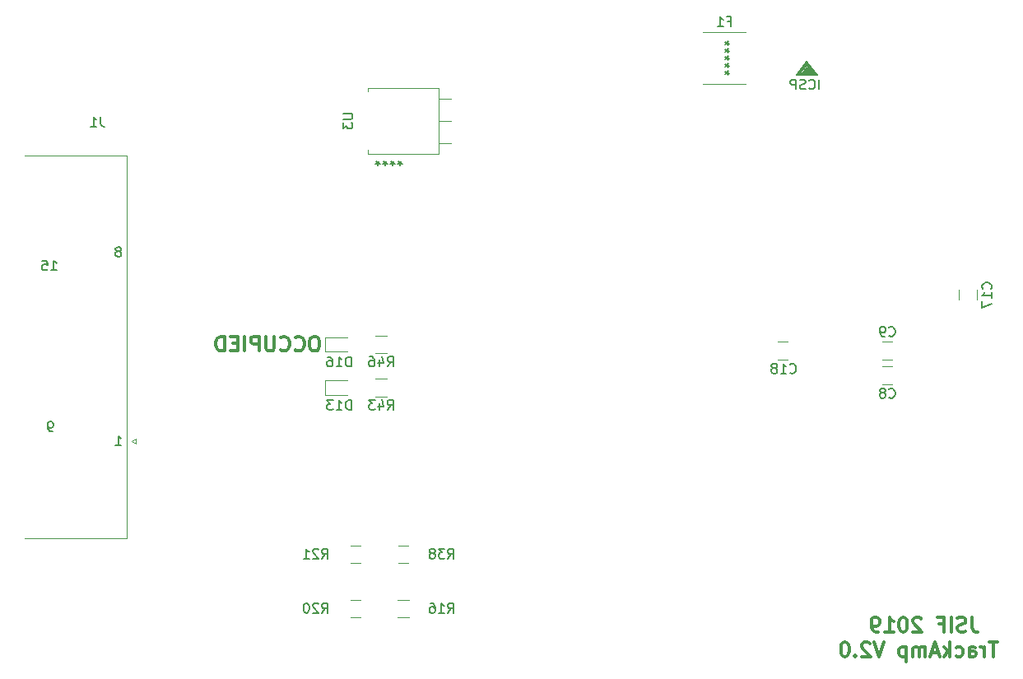
<source format=gbr>
G04 #@! TF.GenerationSoftware,KiCad,Pcbnew,(5.0.0)*
G04 #@! TF.CreationDate,2018-12-13T19:23:09+01:00*
G04 #@! TF.ProjectId,TrackAmplifier,547261636B416D706C69666965722E6B,rev?*
G04 #@! TF.SameCoordinates,Original*
G04 #@! TF.FileFunction,Legend,Bot*
G04 #@! TF.FilePolarity,Positive*
%FSLAX46Y46*%
G04 Gerber Fmt 4.6, Leading zero omitted, Abs format (unit mm)*
G04 Created by KiCad (PCBNEW (5.0.0)) date 12/13/18 19:23:09*
%MOMM*%
%LPD*%
G01*
G04 APERTURE LIST*
%ADD10C,0.200000*%
%ADD11C,0.150000*%
%ADD12C,0.300000*%
%ADD13C,0.120000*%
G04 APERTURE END LIST*
D10*
X132446102Y-56091660D02*
X132573102Y-56218660D01*
X132573102Y-56218660D02*
X132446102Y-56218660D01*
X132446102Y-55329660D02*
X131430102Y-56726660D01*
X133462102Y-56599660D02*
X132446102Y-55329660D01*
X133589102Y-56726660D02*
X133462102Y-56599660D01*
X131430102Y-56726660D02*
X133589102Y-56726660D01*
D11*
X133795292Y-58195040D02*
X133795292Y-57195040D01*
X132747673Y-58099802D02*
X132795292Y-58147421D01*
X132938149Y-58195040D01*
X133033387Y-58195040D01*
X133176244Y-58147421D01*
X133271482Y-58052183D01*
X133319102Y-57956945D01*
X133366721Y-57766469D01*
X133366721Y-57623612D01*
X133319102Y-57433136D01*
X133271482Y-57337898D01*
X133176244Y-57242660D01*
X133033387Y-57195040D01*
X132938149Y-57195040D01*
X132795292Y-57242660D01*
X132747673Y-57290279D01*
X132366721Y-58147421D02*
X132223863Y-58195040D01*
X131985768Y-58195040D01*
X131890530Y-58147421D01*
X131842911Y-58099802D01*
X131795292Y-58004564D01*
X131795292Y-57909326D01*
X131842911Y-57814088D01*
X131890530Y-57766469D01*
X131985768Y-57718850D01*
X132176244Y-57671231D01*
X132271482Y-57623612D01*
X132319102Y-57575993D01*
X132366721Y-57480755D01*
X132366721Y-57385517D01*
X132319102Y-57290279D01*
X132271482Y-57242660D01*
X132176244Y-57195040D01*
X131938149Y-57195040D01*
X131795292Y-57242660D01*
X131366721Y-58195040D02*
X131366721Y-57195040D01*
X130985768Y-57195040D01*
X130890530Y-57242660D01*
X130842911Y-57290279D01*
X130795292Y-57385517D01*
X130795292Y-57528374D01*
X130842911Y-57623612D01*
X130890530Y-57671231D01*
X130985768Y-57718850D01*
X131366721Y-57718850D01*
D10*
X131684102Y-56599660D02*
X132446102Y-55456660D01*
X132446102Y-55456660D02*
X133335102Y-56599660D01*
X133335102Y-56599660D02*
X131684102Y-56599660D01*
X131823802Y-56523460D02*
X132446102Y-55710660D01*
X132446102Y-55710660D02*
X133081102Y-56472660D01*
X132954102Y-56472660D02*
X132065102Y-56472660D01*
X132192102Y-56345660D02*
X132446102Y-55964660D01*
X132573102Y-56091660D02*
X132827102Y-56345660D01*
X132700102Y-56345660D02*
X132319102Y-56345660D01*
D11*
X61779238Y-74859452D02*
X61874476Y-74811833D01*
X61922095Y-74764214D01*
X61969714Y-74668976D01*
X61969714Y-74621357D01*
X61922095Y-74526119D01*
X61874476Y-74478500D01*
X61779238Y-74430880D01*
X61588761Y-74430880D01*
X61493523Y-74478500D01*
X61445904Y-74526119D01*
X61398285Y-74621357D01*
X61398285Y-74668976D01*
X61445904Y-74764214D01*
X61493523Y-74811833D01*
X61588761Y-74859452D01*
X61779238Y-74859452D01*
X61874476Y-74907071D01*
X61922095Y-74954690D01*
X61969714Y-75049928D01*
X61969714Y-75240404D01*
X61922095Y-75335642D01*
X61874476Y-75383261D01*
X61779238Y-75430880D01*
X61588761Y-75430880D01*
X61493523Y-75383261D01*
X61445904Y-75335642D01*
X61398285Y-75240404D01*
X61398285Y-75049928D01*
X61445904Y-74954690D01*
X61493523Y-74907071D01*
X61588761Y-74859452D01*
X54762476Y-76827880D02*
X55333904Y-76827880D01*
X55048190Y-76827880D02*
X55048190Y-75827880D01*
X55143428Y-75970738D01*
X55238666Y-76065976D01*
X55333904Y-76113595D01*
X53857714Y-75827880D02*
X54333904Y-75827880D01*
X54381523Y-76304071D01*
X54333904Y-76256452D01*
X54238666Y-76208833D01*
X54000571Y-76208833D01*
X53905333Y-76256452D01*
X53857714Y-76304071D01*
X53810095Y-76399309D01*
X53810095Y-76637404D01*
X53857714Y-76732642D01*
X53905333Y-76780261D01*
X54000571Y-76827880D01*
X54238666Y-76827880D01*
X54333904Y-76780261D01*
X54381523Y-76732642D01*
X54889476Y-93401380D02*
X54699000Y-93401380D01*
X54603761Y-93353761D01*
X54556142Y-93306142D01*
X54460904Y-93163285D01*
X54413285Y-92972809D01*
X54413285Y-92591857D01*
X54460904Y-92496619D01*
X54508523Y-92449000D01*
X54603761Y-92401380D01*
X54794238Y-92401380D01*
X54889476Y-92449000D01*
X54937095Y-92496619D01*
X54984714Y-92591857D01*
X54984714Y-92829952D01*
X54937095Y-92925190D01*
X54889476Y-92972809D01*
X54794238Y-93020428D01*
X54603761Y-93020428D01*
X54508523Y-92972809D01*
X54460904Y-92925190D01*
X54413285Y-92829952D01*
X61398285Y-94861880D02*
X61969714Y-94861880D01*
X61684000Y-94861880D02*
X61684000Y-93861880D01*
X61779238Y-94004738D01*
X61874476Y-94099976D01*
X61969714Y-94147595D01*
D12*
X82015285Y-83618571D02*
X81729571Y-83618571D01*
X81586714Y-83690000D01*
X81443857Y-83832857D01*
X81372428Y-84118571D01*
X81372428Y-84618571D01*
X81443857Y-84904285D01*
X81586714Y-85047142D01*
X81729571Y-85118571D01*
X82015285Y-85118571D01*
X82158142Y-85047142D01*
X82301000Y-84904285D01*
X82372428Y-84618571D01*
X82372428Y-84118571D01*
X82301000Y-83832857D01*
X82158142Y-83690000D01*
X82015285Y-83618571D01*
X79872428Y-84975714D02*
X79943857Y-85047142D01*
X80158142Y-85118571D01*
X80301000Y-85118571D01*
X80515285Y-85047142D01*
X80658142Y-84904285D01*
X80729571Y-84761428D01*
X80801000Y-84475714D01*
X80801000Y-84261428D01*
X80729571Y-83975714D01*
X80658142Y-83832857D01*
X80515285Y-83690000D01*
X80301000Y-83618571D01*
X80158142Y-83618571D01*
X79943857Y-83690000D01*
X79872428Y-83761428D01*
X78372428Y-84975714D02*
X78443857Y-85047142D01*
X78658142Y-85118571D01*
X78801000Y-85118571D01*
X79015285Y-85047142D01*
X79158142Y-84904285D01*
X79229571Y-84761428D01*
X79301000Y-84475714D01*
X79301000Y-84261428D01*
X79229571Y-83975714D01*
X79158142Y-83832857D01*
X79015285Y-83690000D01*
X78801000Y-83618571D01*
X78658142Y-83618571D01*
X78443857Y-83690000D01*
X78372428Y-83761428D01*
X77729571Y-83618571D02*
X77729571Y-84832857D01*
X77658142Y-84975714D01*
X77586714Y-85047142D01*
X77443857Y-85118571D01*
X77158142Y-85118571D01*
X77015285Y-85047142D01*
X76943857Y-84975714D01*
X76872428Y-84832857D01*
X76872428Y-83618571D01*
X76158142Y-85118571D02*
X76158142Y-83618571D01*
X75586714Y-83618571D01*
X75443857Y-83690000D01*
X75372428Y-83761428D01*
X75301000Y-83904285D01*
X75301000Y-84118571D01*
X75372428Y-84261428D01*
X75443857Y-84332857D01*
X75586714Y-84404285D01*
X76158142Y-84404285D01*
X74658142Y-85118571D02*
X74658142Y-83618571D01*
X73943857Y-84332857D02*
X73443857Y-84332857D01*
X73229571Y-85118571D02*
X73943857Y-85118571D01*
X73943857Y-83618571D01*
X73229571Y-83618571D01*
X72586714Y-85118571D02*
X72586714Y-83618571D01*
X72229571Y-83618571D01*
X72015285Y-83690000D01*
X71872428Y-83832857D01*
X71801000Y-83975714D01*
X71729571Y-84261428D01*
X71729571Y-84475714D01*
X71801000Y-84761428D01*
X71872428Y-84904285D01*
X72015285Y-85047142D01*
X72229571Y-85118571D01*
X72586714Y-85118571D01*
X149500000Y-112503571D02*
X149500000Y-113575000D01*
X149571428Y-113789285D01*
X149714285Y-113932142D01*
X149928571Y-114003571D01*
X150071428Y-114003571D01*
X148857142Y-113932142D02*
X148642857Y-114003571D01*
X148285714Y-114003571D01*
X148142857Y-113932142D01*
X148071428Y-113860714D01*
X148000000Y-113717857D01*
X148000000Y-113575000D01*
X148071428Y-113432142D01*
X148142857Y-113360714D01*
X148285714Y-113289285D01*
X148571428Y-113217857D01*
X148714285Y-113146428D01*
X148785714Y-113075000D01*
X148857142Y-112932142D01*
X148857142Y-112789285D01*
X148785714Y-112646428D01*
X148714285Y-112575000D01*
X148571428Y-112503571D01*
X148214285Y-112503571D01*
X148000000Y-112575000D01*
X147357142Y-114003571D02*
X147357142Y-112503571D01*
X146142857Y-113217857D02*
X146642857Y-113217857D01*
X146642857Y-114003571D02*
X146642857Y-112503571D01*
X145928571Y-112503571D01*
X144285714Y-112646428D02*
X144214285Y-112575000D01*
X144071428Y-112503571D01*
X143714285Y-112503571D01*
X143571428Y-112575000D01*
X143500000Y-112646428D01*
X143428571Y-112789285D01*
X143428571Y-112932142D01*
X143500000Y-113146428D01*
X144357142Y-114003571D01*
X143428571Y-114003571D01*
X142500000Y-112503571D02*
X142357142Y-112503571D01*
X142214285Y-112575000D01*
X142142857Y-112646428D01*
X142071428Y-112789285D01*
X142000000Y-113075000D01*
X142000000Y-113432142D01*
X142071428Y-113717857D01*
X142142857Y-113860714D01*
X142214285Y-113932142D01*
X142357142Y-114003571D01*
X142500000Y-114003571D01*
X142642857Y-113932142D01*
X142714285Y-113860714D01*
X142785714Y-113717857D01*
X142857142Y-113432142D01*
X142857142Y-113075000D01*
X142785714Y-112789285D01*
X142714285Y-112646428D01*
X142642857Y-112575000D01*
X142500000Y-112503571D01*
X140571428Y-114003571D02*
X141428571Y-114003571D01*
X141000000Y-114003571D02*
X141000000Y-112503571D01*
X141142857Y-112717857D01*
X141285714Y-112860714D01*
X141428571Y-112932142D01*
X139857142Y-114003571D02*
X139571428Y-114003571D01*
X139428571Y-113932142D01*
X139357142Y-113860714D01*
X139214285Y-113646428D01*
X139142857Y-113360714D01*
X139142857Y-112789285D01*
X139214285Y-112646428D01*
X139285714Y-112575000D01*
X139428571Y-112503571D01*
X139714285Y-112503571D01*
X139857142Y-112575000D01*
X139928571Y-112646428D01*
X140000000Y-112789285D01*
X140000000Y-113146428D01*
X139928571Y-113289285D01*
X139857142Y-113360714D01*
X139714285Y-113432142D01*
X139428571Y-113432142D01*
X139285714Y-113360714D01*
X139214285Y-113289285D01*
X139142857Y-113146428D01*
X152142857Y-115053571D02*
X151285714Y-115053571D01*
X151714285Y-116553571D02*
X151714285Y-115053571D01*
X150785714Y-116553571D02*
X150785714Y-115553571D01*
X150785714Y-115839285D02*
X150714285Y-115696428D01*
X150642857Y-115625000D01*
X150500000Y-115553571D01*
X150357142Y-115553571D01*
X149214285Y-116553571D02*
X149214285Y-115767857D01*
X149285714Y-115625000D01*
X149428571Y-115553571D01*
X149714285Y-115553571D01*
X149857142Y-115625000D01*
X149214285Y-116482142D02*
X149357142Y-116553571D01*
X149714285Y-116553571D01*
X149857142Y-116482142D01*
X149928571Y-116339285D01*
X149928571Y-116196428D01*
X149857142Y-116053571D01*
X149714285Y-115982142D01*
X149357142Y-115982142D01*
X149214285Y-115910714D01*
X147857142Y-116482142D02*
X148000000Y-116553571D01*
X148285714Y-116553571D01*
X148428571Y-116482142D01*
X148500000Y-116410714D01*
X148571428Y-116267857D01*
X148571428Y-115839285D01*
X148500000Y-115696428D01*
X148428571Y-115625000D01*
X148285714Y-115553571D01*
X148000000Y-115553571D01*
X147857142Y-115625000D01*
X147214285Y-116553571D02*
X147214285Y-115053571D01*
X147071428Y-115982142D02*
X146642857Y-116553571D01*
X146642857Y-115553571D02*
X147214285Y-116125000D01*
X146071428Y-116125000D02*
X145357142Y-116125000D01*
X146214285Y-116553571D02*
X145714285Y-115053571D01*
X145214285Y-116553571D01*
X144714285Y-116553571D02*
X144714285Y-115553571D01*
X144714285Y-115696428D02*
X144642857Y-115625000D01*
X144500000Y-115553571D01*
X144285714Y-115553571D01*
X144142857Y-115625000D01*
X144071428Y-115767857D01*
X144071428Y-116553571D01*
X144071428Y-115767857D02*
X144000000Y-115625000D01*
X143857142Y-115553571D01*
X143642857Y-115553571D01*
X143500000Y-115625000D01*
X143428571Y-115767857D01*
X143428571Y-116553571D01*
X142714285Y-115553571D02*
X142714285Y-117053571D01*
X142714285Y-115625000D02*
X142571428Y-115553571D01*
X142285714Y-115553571D01*
X142142857Y-115625000D01*
X142071428Y-115696428D01*
X142000000Y-115839285D01*
X142000000Y-116267857D01*
X142071428Y-116410714D01*
X142142857Y-116482142D01*
X142285714Y-116553571D01*
X142571428Y-116553571D01*
X142714285Y-116482142D01*
X140428571Y-115053571D02*
X139928571Y-116553571D01*
X139428571Y-115053571D01*
X139000000Y-115196428D02*
X138928571Y-115125000D01*
X138785714Y-115053571D01*
X138428571Y-115053571D01*
X138285714Y-115125000D01*
X138214285Y-115196428D01*
X138142857Y-115339285D01*
X138142857Y-115482142D01*
X138214285Y-115696428D01*
X139071428Y-116553571D01*
X138142857Y-116553571D01*
X137500000Y-116410714D02*
X137428571Y-116482142D01*
X137500000Y-116553571D01*
X137571428Y-116482142D01*
X137500000Y-116410714D01*
X137500000Y-116553571D01*
X136500000Y-115053571D02*
X136357142Y-115053571D01*
X136214285Y-115125000D01*
X136142857Y-115196428D01*
X136071428Y-115339285D01*
X136000000Y-115625000D01*
X136000000Y-115982142D01*
X136071428Y-116267857D01*
X136142857Y-116410714D01*
X136214285Y-116482142D01*
X136357142Y-116553571D01*
X136500000Y-116553571D01*
X136642857Y-116482142D01*
X136714285Y-116410714D01*
X136785714Y-116267857D01*
X136857142Y-115982142D01*
X136857142Y-115625000D01*
X136785714Y-115339285D01*
X136714285Y-115196428D01*
X136642857Y-115125000D01*
X136500000Y-115053571D01*
D11*
X124547619Y-53476190D02*
X124309523Y-53476190D01*
X124404761Y-53238095D02*
X124309523Y-53476190D01*
X124404761Y-53714285D01*
X124119047Y-53333333D02*
X124309523Y-53476190D01*
X124119047Y-53619047D01*
X124547619Y-54238095D02*
X124309523Y-54238095D01*
X124404761Y-54000000D02*
X124309523Y-54238095D01*
X124404761Y-54476190D01*
X124119047Y-54095238D02*
X124309523Y-54238095D01*
X124119047Y-54380952D01*
X124547619Y-55000000D02*
X124309523Y-55000000D01*
X124404761Y-54761904D02*
X124309523Y-55000000D01*
X124404761Y-55238095D01*
X124119047Y-54857142D02*
X124309523Y-55000000D01*
X124119047Y-55142857D01*
X124547619Y-55761904D02*
X124309523Y-55761904D01*
X124404761Y-55523809D02*
X124309523Y-55761904D01*
X124404761Y-56000000D01*
X124119047Y-55619047D02*
X124309523Y-55761904D01*
X124119047Y-55904761D01*
X124547619Y-56523809D02*
X124309523Y-56523809D01*
X124404761Y-56285714D02*
X124309523Y-56523809D01*
X124404761Y-56761904D01*
X124119047Y-56380952D02*
X124309523Y-56523809D01*
X124119047Y-56666666D01*
X90642857Y-66047619D02*
X90642857Y-65809523D01*
X90880952Y-65904761D02*
X90642857Y-65809523D01*
X90404761Y-65904761D01*
X90785714Y-65619047D02*
X90642857Y-65809523D01*
X90500000Y-65619047D01*
X89880952Y-66047619D02*
X89880952Y-65809523D01*
X90119047Y-65904761D02*
X89880952Y-65809523D01*
X89642857Y-65904761D01*
X90023809Y-65619047D02*
X89880952Y-65809523D01*
X89738095Y-65619047D01*
X89119047Y-66047619D02*
X89119047Y-65809523D01*
X89357142Y-65904761D02*
X89119047Y-65809523D01*
X88880952Y-65904761D01*
X89261904Y-65619047D02*
X89119047Y-65809523D01*
X88976190Y-65619047D01*
X88357142Y-66047619D02*
X88357142Y-65809523D01*
X88595238Y-65904761D02*
X88357142Y-65809523D01*
X88119047Y-65904761D01*
X88500000Y-65619047D02*
X88357142Y-65809523D01*
X88214285Y-65619047D01*
D13*
G04 #@! TO.C,J1*
X52080000Y-104355000D02*
X62560000Y-104355000D01*
X62560000Y-104355000D02*
X62560000Y-65035000D01*
X62560000Y-65035000D02*
X52080000Y-65035000D01*
X63454338Y-94640000D02*
X63454338Y-94140000D01*
X63454338Y-94140000D02*
X63021325Y-94390000D01*
X63021325Y-94390000D02*
X63454338Y-94640000D01*
G04 #@! TO.C,C8*
X141305000Y-86705000D02*
X140305000Y-86705000D01*
X141305000Y-88525000D02*
X140305000Y-88525000D01*
G04 #@! TO.C,C9*
X141305000Y-85985000D02*
X140305000Y-85985000D01*
X141305000Y-84165000D02*
X140305000Y-84165000D01*
G04 #@! TO.C,C17*
X149970000Y-78860000D02*
X149970000Y-79860000D01*
X148150000Y-78860000D02*
X148150000Y-79860000D01*
G04 #@! TO.C,C18*
X130510000Y-84165000D02*
X129510000Y-84165000D01*
X130510000Y-85985000D02*
X129510000Y-85985000D01*
G04 #@! TO.C,R20*
X86568000Y-110708000D02*
X85568000Y-110708000D01*
X86568000Y-112528000D02*
X85568000Y-112528000D01*
G04 #@! TO.C,R21*
X85568000Y-105120000D02*
X86568000Y-105120000D01*
X85568000Y-106940000D02*
X86568000Y-106940000D01*
G04 #@! TO.C,R38*
X90521000Y-105120000D02*
X91521000Y-105120000D01*
X90521000Y-106940000D02*
X91521000Y-106940000D01*
G04 #@! TO.C,F1*
X126244752Y-52306000D02*
X121837248Y-52306000D01*
X126244752Y-57646000D02*
X121837248Y-57646000D01*
G04 #@! TO.C,R16*
X90418936Y-110708000D02*
X91623064Y-110708000D01*
X90418936Y-112528000D02*
X91623064Y-112528000D01*
G04 #@! TO.C,R43*
X88132936Y-87975000D02*
X89337064Y-87975000D01*
X88132936Y-89795000D02*
X89337064Y-89795000D01*
G04 #@! TO.C,R46*
X88132936Y-85350000D02*
X89337064Y-85350000D01*
X88132936Y-83530000D02*
X89337064Y-83530000D01*
G04 #@! TO.C,U3*
X94610000Y-58047000D02*
X94610000Y-64867000D01*
X87370000Y-58047000D02*
X87370000Y-58456000D01*
X87370000Y-64458000D02*
X87370000Y-64867000D01*
X87370000Y-58047000D02*
X94610000Y-58047000D01*
X87370000Y-64867000D02*
X94610000Y-64867000D01*
X94610000Y-59167000D02*
X95940000Y-59167000D01*
X94610000Y-61457000D02*
X95940000Y-61457000D01*
X94610000Y-63747000D02*
X95940000Y-63747000D01*
G04 #@! TO.C,D13*
X85217000Y-89620000D02*
X82932000Y-89620000D01*
X82932000Y-89620000D02*
X82932000Y-88150000D01*
X82932000Y-88150000D02*
X85217000Y-88150000D01*
G04 #@! TO.C,D16*
X82932000Y-83705000D02*
X85217000Y-83705000D01*
X82932000Y-85175000D02*
X82932000Y-83705000D01*
X85217000Y-85175000D02*
X82932000Y-85175000D01*
G04 #@! TO.C,J1*
D11*
X59858333Y-61032380D02*
X59858333Y-61746666D01*
X59905952Y-61889523D01*
X60001190Y-61984761D01*
X60144047Y-62032380D01*
X60239285Y-62032380D01*
X58858333Y-62032380D02*
X59429761Y-62032380D01*
X59144047Y-62032380D02*
X59144047Y-61032380D01*
X59239285Y-61175238D01*
X59334523Y-61270476D01*
X59429761Y-61318095D01*
G04 #@! TO.C,C8*
X140971666Y-89877142D02*
X141019285Y-89924761D01*
X141162142Y-89972380D01*
X141257380Y-89972380D01*
X141400238Y-89924761D01*
X141495476Y-89829523D01*
X141543095Y-89734285D01*
X141590714Y-89543809D01*
X141590714Y-89400952D01*
X141543095Y-89210476D01*
X141495476Y-89115238D01*
X141400238Y-89020000D01*
X141257380Y-88972380D01*
X141162142Y-88972380D01*
X141019285Y-89020000D01*
X140971666Y-89067619D01*
X140400238Y-89400952D02*
X140495476Y-89353333D01*
X140543095Y-89305714D01*
X140590714Y-89210476D01*
X140590714Y-89162857D01*
X140543095Y-89067619D01*
X140495476Y-89020000D01*
X140400238Y-88972380D01*
X140209761Y-88972380D01*
X140114523Y-89020000D01*
X140066904Y-89067619D01*
X140019285Y-89162857D01*
X140019285Y-89210476D01*
X140066904Y-89305714D01*
X140114523Y-89353333D01*
X140209761Y-89400952D01*
X140400238Y-89400952D01*
X140495476Y-89448571D01*
X140543095Y-89496190D01*
X140590714Y-89591428D01*
X140590714Y-89781904D01*
X140543095Y-89877142D01*
X140495476Y-89924761D01*
X140400238Y-89972380D01*
X140209761Y-89972380D01*
X140114523Y-89924761D01*
X140066904Y-89877142D01*
X140019285Y-89781904D01*
X140019285Y-89591428D01*
X140066904Y-89496190D01*
X140114523Y-89448571D01*
X140209761Y-89400952D01*
G04 #@! TO.C,C9*
X140971666Y-83527142D02*
X141019285Y-83574761D01*
X141162142Y-83622380D01*
X141257380Y-83622380D01*
X141400238Y-83574761D01*
X141495476Y-83479523D01*
X141543095Y-83384285D01*
X141590714Y-83193809D01*
X141590714Y-83050952D01*
X141543095Y-82860476D01*
X141495476Y-82765238D01*
X141400238Y-82670000D01*
X141257380Y-82622380D01*
X141162142Y-82622380D01*
X141019285Y-82670000D01*
X140971666Y-82717619D01*
X140495476Y-83622380D02*
X140305000Y-83622380D01*
X140209761Y-83574761D01*
X140162142Y-83527142D01*
X140066904Y-83384285D01*
X140019285Y-83193809D01*
X140019285Y-82812857D01*
X140066904Y-82717619D01*
X140114523Y-82670000D01*
X140209761Y-82622380D01*
X140400238Y-82622380D01*
X140495476Y-82670000D01*
X140543095Y-82717619D01*
X140590714Y-82812857D01*
X140590714Y-83050952D01*
X140543095Y-83146190D01*
X140495476Y-83193809D01*
X140400238Y-83241428D01*
X140209761Y-83241428D01*
X140114523Y-83193809D01*
X140066904Y-83146190D01*
X140019285Y-83050952D01*
G04 #@! TO.C,C17*
X151449142Y-78717142D02*
X151496761Y-78669523D01*
X151544380Y-78526666D01*
X151544380Y-78431428D01*
X151496761Y-78288571D01*
X151401523Y-78193333D01*
X151306285Y-78145714D01*
X151115809Y-78098095D01*
X150972952Y-78098095D01*
X150782476Y-78145714D01*
X150687238Y-78193333D01*
X150592000Y-78288571D01*
X150544380Y-78431428D01*
X150544380Y-78526666D01*
X150592000Y-78669523D01*
X150639619Y-78717142D01*
X151544380Y-79669523D02*
X151544380Y-79098095D01*
X151544380Y-79383809D02*
X150544380Y-79383809D01*
X150687238Y-79288571D01*
X150782476Y-79193333D01*
X150830095Y-79098095D01*
X150544380Y-80002857D02*
X150544380Y-80669523D01*
X151544380Y-80240952D01*
G04 #@! TO.C,C18*
X130779857Y-87337142D02*
X130827476Y-87384761D01*
X130970333Y-87432380D01*
X131065571Y-87432380D01*
X131208428Y-87384761D01*
X131303666Y-87289523D01*
X131351285Y-87194285D01*
X131398904Y-87003809D01*
X131398904Y-86860952D01*
X131351285Y-86670476D01*
X131303666Y-86575238D01*
X131208428Y-86480000D01*
X131065571Y-86432380D01*
X130970333Y-86432380D01*
X130827476Y-86480000D01*
X130779857Y-86527619D01*
X129827476Y-87432380D02*
X130398904Y-87432380D01*
X130113190Y-87432380D02*
X130113190Y-86432380D01*
X130208428Y-86575238D01*
X130303666Y-86670476D01*
X130398904Y-86718095D01*
X129256047Y-86860952D02*
X129351285Y-86813333D01*
X129398904Y-86765714D01*
X129446523Y-86670476D01*
X129446523Y-86622857D01*
X129398904Y-86527619D01*
X129351285Y-86480000D01*
X129256047Y-86432380D01*
X129065571Y-86432380D01*
X128970333Y-86480000D01*
X128922714Y-86527619D01*
X128875095Y-86622857D01*
X128875095Y-86670476D01*
X128922714Y-86765714D01*
X128970333Y-86813333D01*
X129065571Y-86860952D01*
X129256047Y-86860952D01*
X129351285Y-86908571D01*
X129398904Y-86956190D01*
X129446523Y-87051428D01*
X129446523Y-87241904D01*
X129398904Y-87337142D01*
X129351285Y-87384761D01*
X129256047Y-87432380D01*
X129065571Y-87432380D01*
X128970333Y-87384761D01*
X128922714Y-87337142D01*
X128875095Y-87241904D01*
X128875095Y-87051428D01*
X128922714Y-86956190D01*
X128970333Y-86908571D01*
X129065571Y-86860952D01*
G04 #@! TO.C,R20*
X82646857Y-112070380D02*
X82980190Y-111594190D01*
X83218285Y-112070380D02*
X83218285Y-111070380D01*
X82837333Y-111070380D01*
X82742095Y-111118000D01*
X82694476Y-111165619D01*
X82646857Y-111260857D01*
X82646857Y-111403714D01*
X82694476Y-111498952D01*
X82742095Y-111546571D01*
X82837333Y-111594190D01*
X83218285Y-111594190D01*
X82265904Y-111165619D02*
X82218285Y-111118000D01*
X82123047Y-111070380D01*
X81884952Y-111070380D01*
X81789714Y-111118000D01*
X81742095Y-111165619D01*
X81694476Y-111260857D01*
X81694476Y-111356095D01*
X81742095Y-111498952D01*
X82313523Y-112070380D01*
X81694476Y-112070380D01*
X81075428Y-111070380D02*
X80980190Y-111070380D01*
X80884952Y-111118000D01*
X80837333Y-111165619D01*
X80789714Y-111260857D01*
X80742095Y-111451333D01*
X80742095Y-111689428D01*
X80789714Y-111879904D01*
X80837333Y-111975142D01*
X80884952Y-112022761D01*
X80980190Y-112070380D01*
X81075428Y-112070380D01*
X81170666Y-112022761D01*
X81218285Y-111975142D01*
X81265904Y-111879904D01*
X81313523Y-111689428D01*
X81313523Y-111451333D01*
X81265904Y-111260857D01*
X81218285Y-111165619D01*
X81170666Y-111118000D01*
X81075428Y-111070380D01*
G04 #@! TO.C,R21*
X82646857Y-106482380D02*
X82980190Y-106006190D01*
X83218285Y-106482380D02*
X83218285Y-105482380D01*
X82837333Y-105482380D01*
X82742095Y-105530000D01*
X82694476Y-105577619D01*
X82646857Y-105672857D01*
X82646857Y-105815714D01*
X82694476Y-105910952D01*
X82742095Y-105958571D01*
X82837333Y-106006190D01*
X83218285Y-106006190D01*
X82265904Y-105577619D02*
X82218285Y-105530000D01*
X82123047Y-105482380D01*
X81884952Y-105482380D01*
X81789714Y-105530000D01*
X81742095Y-105577619D01*
X81694476Y-105672857D01*
X81694476Y-105768095D01*
X81742095Y-105910952D01*
X82313523Y-106482380D01*
X81694476Y-106482380D01*
X80742095Y-106482380D02*
X81313523Y-106482380D01*
X81027809Y-106482380D02*
X81027809Y-105482380D01*
X81123047Y-105625238D01*
X81218285Y-105720476D01*
X81313523Y-105768095D01*
G04 #@! TO.C,R38*
X95600857Y-106482380D02*
X95934190Y-106006190D01*
X96172285Y-106482380D02*
X96172285Y-105482380D01*
X95791333Y-105482380D01*
X95696095Y-105530000D01*
X95648476Y-105577619D01*
X95600857Y-105672857D01*
X95600857Y-105815714D01*
X95648476Y-105910952D01*
X95696095Y-105958571D01*
X95791333Y-106006190D01*
X96172285Y-106006190D01*
X95267523Y-105482380D02*
X94648476Y-105482380D01*
X94981809Y-105863333D01*
X94838952Y-105863333D01*
X94743714Y-105910952D01*
X94696095Y-105958571D01*
X94648476Y-106053809D01*
X94648476Y-106291904D01*
X94696095Y-106387142D01*
X94743714Y-106434761D01*
X94838952Y-106482380D01*
X95124666Y-106482380D01*
X95219904Y-106434761D01*
X95267523Y-106387142D01*
X94077047Y-105910952D02*
X94172285Y-105863333D01*
X94219904Y-105815714D01*
X94267523Y-105720476D01*
X94267523Y-105672857D01*
X94219904Y-105577619D01*
X94172285Y-105530000D01*
X94077047Y-105482380D01*
X93886571Y-105482380D01*
X93791333Y-105530000D01*
X93743714Y-105577619D01*
X93696095Y-105672857D01*
X93696095Y-105720476D01*
X93743714Y-105815714D01*
X93791333Y-105863333D01*
X93886571Y-105910952D01*
X94077047Y-105910952D01*
X94172285Y-105958571D01*
X94219904Y-106006190D01*
X94267523Y-106101428D01*
X94267523Y-106291904D01*
X94219904Y-106387142D01*
X94172285Y-106434761D01*
X94077047Y-106482380D01*
X93886571Y-106482380D01*
X93791333Y-106434761D01*
X93743714Y-106387142D01*
X93696095Y-106291904D01*
X93696095Y-106101428D01*
X93743714Y-106006190D01*
X93791333Y-105958571D01*
X93886571Y-105910952D01*
G04 #@! TO.C,F1*
X124374333Y-51224571D02*
X124707666Y-51224571D01*
X124707666Y-51748380D02*
X124707666Y-50748380D01*
X124231476Y-50748380D01*
X123326714Y-51748380D02*
X123898142Y-51748380D01*
X123612428Y-51748380D02*
X123612428Y-50748380D01*
X123707666Y-50891238D01*
X123802904Y-50986476D01*
X123898142Y-51034095D01*
G04 #@! TO.C,R16*
X95600857Y-112070380D02*
X95934190Y-111594190D01*
X96172285Y-112070380D02*
X96172285Y-111070380D01*
X95791333Y-111070380D01*
X95696095Y-111118000D01*
X95648476Y-111165619D01*
X95600857Y-111260857D01*
X95600857Y-111403714D01*
X95648476Y-111498952D01*
X95696095Y-111546571D01*
X95791333Y-111594190D01*
X96172285Y-111594190D01*
X94648476Y-112070380D02*
X95219904Y-112070380D01*
X94934190Y-112070380D02*
X94934190Y-111070380D01*
X95029428Y-111213238D01*
X95124666Y-111308476D01*
X95219904Y-111356095D01*
X93791333Y-111070380D02*
X93981809Y-111070380D01*
X94077047Y-111118000D01*
X94124666Y-111165619D01*
X94219904Y-111308476D01*
X94267523Y-111498952D01*
X94267523Y-111879904D01*
X94219904Y-111975142D01*
X94172285Y-112022761D01*
X94077047Y-112070380D01*
X93886571Y-112070380D01*
X93791333Y-112022761D01*
X93743714Y-111975142D01*
X93696095Y-111879904D01*
X93696095Y-111641809D01*
X93743714Y-111546571D01*
X93791333Y-111498952D01*
X93886571Y-111451333D01*
X94077047Y-111451333D01*
X94172285Y-111498952D01*
X94219904Y-111546571D01*
X94267523Y-111641809D01*
G04 #@! TO.C,R43*
X89377857Y-91157380D02*
X89711190Y-90681190D01*
X89949285Y-91157380D02*
X89949285Y-90157380D01*
X89568333Y-90157380D01*
X89473095Y-90205000D01*
X89425476Y-90252619D01*
X89377857Y-90347857D01*
X89377857Y-90490714D01*
X89425476Y-90585952D01*
X89473095Y-90633571D01*
X89568333Y-90681190D01*
X89949285Y-90681190D01*
X88520714Y-90490714D02*
X88520714Y-91157380D01*
X88758809Y-90109761D02*
X88996904Y-90824047D01*
X88377857Y-90824047D01*
X88092142Y-90157380D02*
X87473095Y-90157380D01*
X87806428Y-90538333D01*
X87663571Y-90538333D01*
X87568333Y-90585952D01*
X87520714Y-90633571D01*
X87473095Y-90728809D01*
X87473095Y-90966904D01*
X87520714Y-91062142D01*
X87568333Y-91109761D01*
X87663571Y-91157380D01*
X87949285Y-91157380D01*
X88044523Y-91109761D01*
X88092142Y-91062142D01*
G04 #@! TO.C,R46*
X89377857Y-86712380D02*
X89711190Y-86236190D01*
X89949285Y-86712380D02*
X89949285Y-85712380D01*
X89568333Y-85712380D01*
X89473095Y-85760000D01*
X89425476Y-85807619D01*
X89377857Y-85902857D01*
X89377857Y-86045714D01*
X89425476Y-86140952D01*
X89473095Y-86188571D01*
X89568333Y-86236190D01*
X89949285Y-86236190D01*
X88520714Y-86045714D02*
X88520714Y-86712380D01*
X88758809Y-85664761D02*
X88996904Y-86379047D01*
X88377857Y-86379047D01*
X87568333Y-85712380D02*
X87758809Y-85712380D01*
X87854047Y-85760000D01*
X87901666Y-85807619D01*
X87996904Y-85950476D01*
X88044523Y-86140952D01*
X88044523Y-86521904D01*
X87996904Y-86617142D01*
X87949285Y-86664761D01*
X87854047Y-86712380D01*
X87663571Y-86712380D01*
X87568333Y-86664761D01*
X87520714Y-86617142D01*
X87473095Y-86521904D01*
X87473095Y-86283809D01*
X87520714Y-86188571D01*
X87568333Y-86140952D01*
X87663571Y-86093333D01*
X87854047Y-86093333D01*
X87949285Y-86140952D01*
X87996904Y-86188571D01*
X88044523Y-86283809D01*
G04 #@! TO.C,U3*
X84789047Y-60695095D02*
X85598571Y-60695095D01*
X85693809Y-60742714D01*
X85741428Y-60790333D01*
X85789047Y-60885571D01*
X85789047Y-61076047D01*
X85741428Y-61171285D01*
X85693809Y-61218904D01*
X85598571Y-61266523D01*
X84789047Y-61266523D01*
X84789047Y-61647476D02*
X84789047Y-62266523D01*
X85170000Y-61933190D01*
X85170000Y-62076047D01*
X85217619Y-62171285D01*
X85265238Y-62218904D01*
X85360476Y-62266523D01*
X85598571Y-62266523D01*
X85693809Y-62218904D01*
X85741428Y-62171285D01*
X85789047Y-62076047D01*
X85789047Y-61790333D01*
X85741428Y-61695095D01*
X85693809Y-61647476D01*
G04 #@! TO.C,D13*
X85631285Y-91178880D02*
X85631285Y-90178880D01*
X85393190Y-90178880D01*
X85250333Y-90226500D01*
X85155095Y-90321738D01*
X85107476Y-90416976D01*
X85059857Y-90607452D01*
X85059857Y-90750309D01*
X85107476Y-90940785D01*
X85155095Y-91036023D01*
X85250333Y-91131261D01*
X85393190Y-91178880D01*
X85631285Y-91178880D01*
X84107476Y-91178880D02*
X84678904Y-91178880D01*
X84393190Y-91178880D02*
X84393190Y-90178880D01*
X84488428Y-90321738D01*
X84583666Y-90416976D01*
X84678904Y-90464595D01*
X83774142Y-90178880D02*
X83155095Y-90178880D01*
X83488428Y-90559833D01*
X83345571Y-90559833D01*
X83250333Y-90607452D01*
X83202714Y-90655071D01*
X83155095Y-90750309D01*
X83155095Y-90988404D01*
X83202714Y-91083642D01*
X83250333Y-91131261D01*
X83345571Y-91178880D01*
X83631285Y-91178880D01*
X83726523Y-91131261D01*
X83774142Y-91083642D01*
G04 #@! TO.C,D16*
X85631285Y-86733880D02*
X85631285Y-85733880D01*
X85393190Y-85733880D01*
X85250333Y-85781500D01*
X85155095Y-85876738D01*
X85107476Y-85971976D01*
X85059857Y-86162452D01*
X85059857Y-86305309D01*
X85107476Y-86495785D01*
X85155095Y-86591023D01*
X85250333Y-86686261D01*
X85393190Y-86733880D01*
X85631285Y-86733880D01*
X84107476Y-86733880D02*
X84678904Y-86733880D01*
X84393190Y-86733880D02*
X84393190Y-85733880D01*
X84488428Y-85876738D01*
X84583666Y-85971976D01*
X84678904Y-86019595D01*
X83250333Y-85733880D02*
X83440809Y-85733880D01*
X83536047Y-85781500D01*
X83583666Y-85829119D01*
X83678904Y-85971976D01*
X83726523Y-86162452D01*
X83726523Y-86543404D01*
X83678904Y-86638642D01*
X83631285Y-86686261D01*
X83536047Y-86733880D01*
X83345571Y-86733880D01*
X83250333Y-86686261D01*
X83202714Y-86638642D01*
X83155095Y-86543404D01*
X83155095Y-86305309D01*
X83202714Y-86210071D01*
X83250333Y-86162452D01*
X83345571Y-86114833D01*
X83536047Y-86114833D01*
X83631285Y-86162452D01*
X83678904Y-86210071D01*
X83726523Y-86305309D01*
G04 #@! TD*
M02*

</source>
